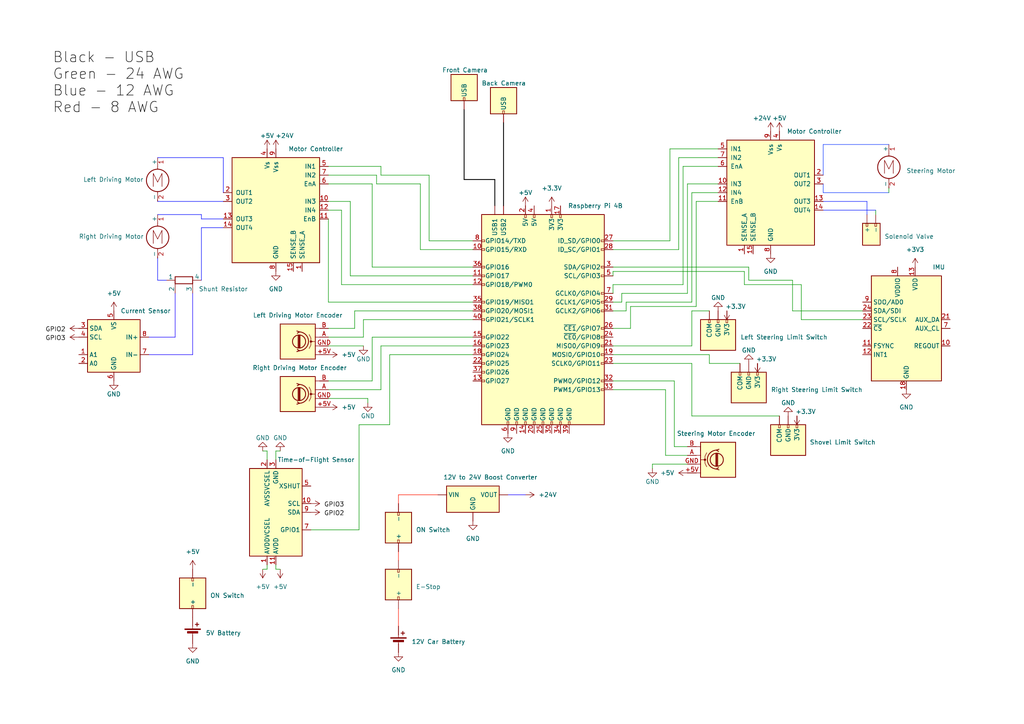
<source format=kicad_sch>
(kicad_sch (version 20230121) (generator eeschema)
  (paper "A4")
  (title_block (title "SNOMO WIRING DIAGRAM") (date "2023-12-05"))
  (lib_symbols
    (symbol "Connector:Raspberry_Pi_2_3" (pin_names (offset 1.016))
      (property "Reference" "J1" (at 7.2741 35.56 0))
      (property "Value" "Raspberry_Pi_2_3" (at 7.2741 33.02 0))
      (symbol "Raspberry_Pi_2_3_0_1"
        (rectangle (start -17.78 30.48) (end 17.78 -30.48) (stroke (width 0.254)) (fill (type background)))
      )
      (symbol "Raspberry_Pi_2_3_1_1"
        (rectangle (start -16.891 -17.526) (end -17.78 -18.034))
        (rectangle (start -16.891 -14.986) (end -17.78 -15.494))
        (rectangle (start -16.891 -12.446) (end -17.78 -12.954))
        (rectangle (start -16.891 -9.906) (end -17.78 -10.414))
        (rectangle (start -16.891 -7.366) (end -17.78 -7.874))
        (rectangle (start -16.891 -4.826) (end -17.78 -5.334))
        (rectangle (start -16.891 0.254) (end -17.78 -0.254))
        (rectangle (start -16.891 2.794) (end -17.78 2.286))
        (rectangle (start -16.891 5.334) (end -17.78 4.826))
        (rectangle (start -16.891 10.414) (end -17.78 9.906))
        (rectangle (start -16.891 12.954) (end -17.78 12.446))
        (rectangle (start -16.891 15.494) (end -17.78 14.986))
        (rectangle (start -16.891 20.574) (end -17.78 20.066))
        (rectangle (start -16.891 23.114) (end -17.78 22.606))
        (rectangle (start -10.414 -29.591) (end -9.906 -30.48))
        (rectangle (start -7.874 -29.591) (end -7.366 -30.48))
        (rectangle (start -5.334 -29.591) (end -4.826 -30.48))
        (rectangle (start -5.334 30.48) (end -4.826 29.591))
        (rectangle (start -2.794 -29.591) (end -2.286 -30.48))
        (rectangle (start -2.794 30.48) (end -2.286 29.591))
        (rectangle (start -0.254 -29.591) (end 0.254 -30.48))
        (rectangle (start 2.286 -29.591) (end 2.794 -30.48))
        (rectangle (start 2.286 30.48) (end 2.794 29.591))
        (rectangle (start 4.826 -29.591) (end 5.334 -30.48))
        (rectangle (start 4.826 30.48) (end 5.334 29.591))
        (rectangle (start 7.366 -29.591) (end 7.874 -30.48))
        (rectangle (start 17.78 -20.066) (end 16.891 -20.574))
        (rectangle (start 17.78 -17.526) (end 16.891 -18.034))
        (rectangle (start 17.78 -12.446) (end 16.891 -12.954))
        (rectangle (start 17.78 -9.906) (end 16.891 -10.414))
        (rectangle (start 17.78 -7.366) (end 16.891 -7.874))
        (rectangle (start 17.78 -4.826) (end 16.891 -5.334))
        (rectangle (start 17.78 -2.286) (end 16.891 -2.794))
        (rectangle (start 17.78 2.794) (end 16.891 2.286))
        (rectangle (start 17.78 5.334) (end 16.891 4.826))
        (rectangle (start 17.78 7.874) (end 16.891 7.366))
        (rectangle (start 17.78 12.954) (end 16.891 12.446))
        (rectangle (start 17.78 15.494) (end 16.891 14.986))
        (rectangle (start 17.78 20.574) (end 16.891 20.066))
        (rectangle (start 17.78 23.114) (end 16.891 22.606))
        (pin input line (at -13.97 33.02 270) (length 2.54) (name "USB1") (number ""))
        (pin input line (at -11.43 33.02 270) (length 2.54) (name "USB2") (number ""))
        (pin power_in line (at 2.54 33.02 270) (length 2.54) (name "3V3") (number "1"))
        (pin bidirectional line (at -20.32 20.32 0) (length 2.54) (name "GPIO15/RXD") (number "10"))
        (pin bidirectional line (at -20.32 12.7 0) (length 2.54) (name "GPIO17") (number "11"))
        (pin bidirectional line (at -20.32 10.16 0) (length 2.54) (name "GPIO18/PWM0") (number "12"))
        (pin bidirectional line (at -20.32 -17.78 0) (length 2.54) (name "GPIO27") (number "13"))
        (pin power_in line (at -5.08 -33.02 90) (length 2.54) (name "GND") (number "14"))
        (pin bidirectional line (at -20.32 -5.08 0) (length 2.54) (name "GPIO22") (number "15"))
        (pin bidirectional line (at -20.32 -7.62 0) (length 2.54) (name "GPIO23") (number "16"))
        (pin power_in line (at 5.08 33.02 270) (length 2.54) (name "3V3") (number "17"))
        (pin bidirectional line (at -20.32 -10.16 0) (length 2.54) (name "GPIO24") (number "18"))
        (pin bidirectional line (at 20.32 -10.16 180) (length 2.54) (name "MOSI0/GPIO10") (number "19"))
        (pin power_in line (at -5.08 33.02 270) (length 2.54) (name "5V") (number "2"))
        (pin power_in line (at -2.54 -33.02 90) (length 2.54) (name "GND") (number "20"))
        (pin bidirectional line (at 20.32 -7.62 180) (length 2.54) (name "MISO0/GPIO9") (number "21"))
        (pin bidirectional line (at -20.32 -12.7 0) (length 2.54) (name "GPIO25") (number "22"))
        (pin bidirectional line (at 20.32 -12.7 180) (length 2.54) (name "SCLK0/GPIO11") (number "23"))
        (pin bidirectional line (at 20.32 -5.08 180) (length 2.54) (name "~{CE0}/GPIO8") (number "24"))
        (pin power_in line (at 0 -33.02 90) (length 2.54) (name "GND") (number "25"))
        (pin bidirectional line (at 20.32 -2.54 180) (length 2.54) (name "~{CE1}/GPIO7") (number "26"))
        (pin bidirectional line (at 20.32 22.86 180) (length 2.54) (name "ID_SD/GPIO0") (number "27"))
        (pin bidirectional line (at 20.32 20.32 180) (length 2.54) (name "ID_SC/GPIO1") (number "28"))
        (pin bidirectional line (at 20.32 5.08 180) (length 2.54) (name "GCLK1/GPIO5") (number "29"))
        (pin bidirectional line (at 20.32 15.24 180) (length 2.54) (name "SDA/GPIO2") (number "3"))
        (pin power_in line (at 2.54 -33.02 90) (length 2.54) (name "GND") (number "30"))
        (pin bidirectional line (at 20.32 2.54 180) (length 2.54) (name "GCLK2/GPIO6") (number "31"))
        (pin bidirectional line (at 20.32 -17.78 180) (length 2.54) (name "PWM0/GPIO12") (number "32"))
        (pin bidirectional line (at 20.32 -20.32 180) (length 2.54) (name "PWM1/GPIO13") (number "33"))
        (pin power_in line (at 5.08 -33.02 90) (length 2.54) (name "GND") (number "34"))
        (pin bidirectional line (at -20.32 5.08 0) (length 2.54) (name "GPIO19/MISO1") (number "35"))
        (pin bidirectional line (at -20.32 15.24 0) (length 2.54) (name "GPIO16") (number "36"))
        (pin bidirectional line (at -20.32 -15.24 0) (length 2.54) (name "GPIO26") (number "37"))
        (pin bidirectional line (at -20.32 2.54 0) (length 2.54) (name "GPIO20/MOSI1") (number "38"))
        (pin power_in line (at 7.62 -33.02 90) (length 2.54) (name "GND") (number "39"))
        (pin power_in line (at -2.54 33.02 270) (length 2.54) (name "5V") (number "4"))
        (pin bidirectional line (at -20.32 0 0) (length 2.54) (name "GPIO21/SCLK1") (number "40"))
        (pin bidirectional line (at 20.32 12.7 180) (length 2.54) (name "SCL/GPIO3") (number "5"))
        (pin power_in line (at -10.16 -33.02 90) (length 2.54) (name "GND") (number "6"))
        (pin bidirectional line (at 20.32 7.62 180) (length 2.54) (name "GCLK0/GPIO4") (number "7"))
        (pin bidirectional line (at -20.32 22.86 0) (length 2.54) (name "GPIO14/TXD") (number "8"))
        (pin power_in line (at -7.62 -33.02 90) (length 2.54) (name "GND") (number "9"))
      )
    )
    (symbol "Device:Battery_Cell" (pin_numbers hide) (pin_names (offset 0) hide)
      (property "Reference" "BT" (at 2.54 2.54 0))
      (property "Value" "Battery_Cell" (at 2.54 0 0))
      (symbol "Battery_Cell_0_1"
        (rectangle (start -2.286 1.778) (end 2.286 1.524) (fill (type outline)))
        (rectangle (start -1.524 1.016) (end 1.524 0.508) (fill (type outline)))
        (polyline (pts (xy 0 0.762) (xy 0 0)))
        (polyline (pts (xy 0 1.778) (xy 0 2.54)))
        (polyline (pts (xy 0.762 3.048) (xy 1.778 3.048)) (stroke (width 0.254)))
        (polyline (pts (xy 1.27 3.556) (xy 1.27 2.54)) (stroke (width 0.254)))
      )
      (symbol "Battery_Cell_1_1"
        (pin passive line (at 0 5.08 270) (length 2.54) (name "+") (number "1"))
        (pin passive line (at 0 -2.54 90) (length 2.54) (name "-") (number "2"))
      )
    )
    (symbol "Device:R_Shunt" (pin_numbers hide) (pin_names (offset 0))
      (property "Reference" "R" (at -4.445 0 90))
      (property "Value" "R_Shunt" (at -2.54 0 90))
      (symbol "R_Shunt_0_1"
        (rectangle (start -1.016 -2.54) (end 1.016 2.54) (stroke (width 0.254)))
        (polyline (pts (xy 0 -2.54) (xy 1.27 -2.54)))
        (polyline (pts (xy 1.27 2.54) (xy 0 2.54)))
      )
      (symbol "R_Shunt_1_1"
        (pin passive line (at 0 5.08 270) (length 2.54) (name "1") (number "1"))
        (pin passive line (at 3.81 2.54 180) (length 2.54) (name "2") (number "2"))
        (pin passive line (at 3.81 -2.54 180) (length 2.54) (name "3") (number "3"))
        (pin passive line (at 0 -5.08 90) (length 2.54) (name "4") (number "4"))
      )
    )
    (symbol "Driver_Motor:L298N" (pin_names (offset 1.016))
      (property "Reference" "U" (at -10.16 16.51 0))
      (property "Value" "L298N" (at 12.7 16.51 0))
      (symbol "L298N_0_1"
        (rectangle (start -12.7 15.24) (end 12.7 -15.24) (stroke (width 0.254)) (fill (type background)))
      )
      (symbol "L298N_1_1"
        (pin power_in line (at -7.62 -17.78 90) (length 2.54) (name "SENSE_A") (number "1"))
        (pin input line (at -15.24 2.54 0) (length 2.54) (name "IN3") (number "10"))
        (pin input line (at -15.24 -2.54 0) (length 2.54) (name "EnB") (number "11"))
        (pin input line (at -15.24 0 0) (length 2.54) (name "IN4") (number "12"))
        (pin output line (at 15.24 -2.54 180) (length 2.54) (name "OUT3") (number "13"))
        (pin output line (at 15.24 -5.08 180) (length 2.54) (name "OUT4") (number "14"))
        (pin power_in line (at -5.08 -17.78 90) (length 2.54) (name "SENSE_B") (number "15"))
        (pin output line (at 15.24 5.08 180) (length 2.54) (name "OUT1") (number "2"))
        (pin output line (at 15.24 2.54 180) (length 2.54) (name "OUT2") (number "3"))
        (pin power_in line (at 2.54 17.78 270) (length 2.54) (name "Vs") (number "4"))
        (pin input line (at -15.24 12.7 0) (length 2.54) (name "IN1") (number "5"))
        (pin input line (at -15.24 7.62 0) (length 2.54) (name "EnA") (number "6"))
        (pin input line (at -15.24 10.16 0) (length 2.54) (name "IN2") (number "7"))
        (pin power_in line (at 0 -17.78 90) (length 2.54) (name "GND") (number "8"))
        (pin power_in line (at 0 17.78 270) (length 2.54) (name "Vss") (number "9"))
      )
    )
    (symbol "FDP Library:Front_Camera" (pin_names (offset 1.016))
      (property "Value" "Front Camera" (at 2.54 -3.81 0))
      (symbol "Front_Camera_0_1"
        (rectangle (start -3.81 5.08) (end 3.81 -2.54) (stroke (width 0.254)) (fill (type background)))
      )
      (symbol "Front_Camera_1_1"
        (rectangle (start -0.254 5.08) (end 0.254 4.191))
        (pin power_in line (at 0 7.62 270) (length 2.54) (name "USB") (number ""))
      )
    )
    (symbol "FDP Library:ON_Switch" (pin_names (offset 1.016))
      (property "Value" "ON Switch" (at 5.08 -1.27 0))
      (symbol "ON_Switch_0_1"
        (rectangle (start -3.81 5.08) (end 3.81 -3.81) (stroke (width 0.254)) (fill (type background)))
      )
      (symbol "ON_Switch_1_1"
        (rectangle (start -0.254 5.08) (end 0.254 4.191))
        (rectangle (start 0.254 -3.81) (end -0.254 -2.921))
        (pin power_in line (at 0 -6.35 90) (length 2.54) (name "+") (number ""))
        (pin power_in line (at 0 7.62 270) (length 2.54) (name "-") (number ""))
      )
    )
    (symbol "Motor:Motor_DC" (pin_names (offset 0))
      (property "Reference" "M" (at 2.54 2.54 0))
      (property "Value" "Motor_DC" (at 2.54 -5.08 0))
      (symbol "Motor_DC_0_0"
        (polyline (pts (xy -1.27 -3.302) (xy -1.27 0.508) (xy 0 -2.032) (xy 1.27 0.508) (xy 1.27 -3.302)))
      )
      (symbol "Motor_DC_0_1"
        (circle (center 0 -1.524) (radius 3.2512) (stroke (width 0.254)))
        (polyline (pts (xy 0 -7.62) (xy 0 -7.112)))
        (polyline (pts (xy 0 -4.7752) (xy 0 -5.1816)))
        (polyline (pts (xy 0 1.7272) (xy 0 2.0828)))
        (polyline (pts (xy 0 2.032) (xy 0 2.54)))
      )
      (symbol "Motor_DC_1_1"
        (pin passive line (at 0 5.08 270) (length 2.54) (name "+") (number "1"))
        (pin passive line (at 0 -7.62 90) (length 2.54) (name "-") (number "2"))
      )
    )
    (symbol "ON_Switch_1" (pin_names (offset 1.016))
      (property "Value" "Solenoid Valve" (at 1.27 1.27 0))
      (symbol "ON_Switch_1_0_1"
        (rectangle (start -5.08 5.08) (end 0 -1.27) (stroke (width 0.254)) (fill (type background)))
      )
      (symbol "ON_Switch_1_1_1"
        (rectangle (start -4.064 5.08) (end -3.556 4.191))
        (rectangle (start -1.524 5.08) (end -1.016 4.191))
        (pin power_in line (at -3.81 7.62 270) (length 2.54) (name "+") (number ""))
        (pin power_in line (at -1.27 7.62 270) (length 2.54) (name "-") (number ""))
      )
    )
    (symbol "ON_Switch_2" (pin_names (offset 1.016))
      (property "Value" "Limit Switch" (at 6.35 1.27 0))
      (symbol "ON_Switch_2_0_1"
        (rectangle (start -5.08 5.08) (end 5.08 -3.81) (stroke (width 0.254)) (fill (type background)))
      )
      (symbol "ON_Switch_2_1_1"
        (rectangle (start -2.794 5.08) (end -2.286 4.191))
        (rectangle (start -0.254 5.08) (end 0.254 4.191))
        (rectangle (start 2.286 5.08) (end 2.794 4.191))
        (pin power_in line (at -2.54 7.62 270) (length 2.54) (name "3V3") (number ""))
        (pin power_in line (at 2.54 7.62 270) (length 2.54) (name "COM") (number ""))
        (pin power_in line (at 0 7.62 270) (length 2.54) (name "GND") (number ""))
      )
    )
    (symbol "Regulator_Switching:TPS61222DCK"
      (property "Value" "12V to 24V Boost Converter" (at 5.08 5.08 0))
      (symbol "TPS61222DCK_0_1"
        (rectangle (start -7.62 2.54) (end 7.62 -5.08) (stroke (width 0.254)) (fill (type background)))
      )
      (symbol "TPS61222DCK_1_1"
        (pin power_in line (at 0 -7.62 90) (length 2.54) (name "GND") (number ""))
        (pin power_in line (at -10.16 0 0) (length 2.54) (name "VIN") (number ""))
        (pin power_out line (at 10.16 0 180) (length 2.54) (name "VOUT") (number ""))
      )
    )
    (symbol "RotaryEncoder_1" (pin_names (offset 0.254) hide)
      (property "Value" "Left Driving Motor Encoder" (at 0 -7.62 0))
      (symbol "RotaryEncoder_1_0_1"
        (rectangle (start -5.08 5.08) (end 5.08 -5.08) (stroke (width 0.254)) (fill (type background)))
        (circle (center -3.81 0) (radius 0.254) (fill (type outline)))
        (circle (center -0.381 0) (radius 1.905) (stroke (width 0.254)))
        (arc (start -0.381 2.667) (mid -3.0988 -0.0635) (end -0.381 -2.794) (stroke (width 0.254)))
        (polyline (pts (xy -6.35 -1.27) (xy -5.08 -1.27)))
        (polyline (pts (xy -6.35 1.27) (xy -5.08 1.27)))
        (polyline (pts (xy -6.35 3.81) (xy -5.08 3.81)))
        (polyline (pts (xy -0.635 -1.778) (xy -0.635 1.778)) (stroke (width 0.254)))
        (polyline (pts (xy -0.381 -1.778) (xy -0.381 1.778)) (stroke (width 0.254)))
        (polyline (pts (xy -0.127 1.778) (xy -0.127 -1.778)) (stroke (width 0.254)))
        (polyline (pts (xy -6.35 -3.81) (xy -5.08 -3.81) (xy -5.08 -2.54)))
        (polyline (pts (xy 0.254 -3.048) (xy -0.508 -2.794) (xy 0.127 -2.413)) (stroke (width 0.254)))
        (polyline (pts (xy 0.254 2.921) (xy -0.508 2.667) (xy 0.127 2.286)) (stroke (width 0.254)))
        (polyline (pts (xy -5.08 0) (xy -3.81 0) (xy -3.81 -1.016) (xy -3.302 -2.032)))
        (polyline (pts (xy -4.318 0) (xy -3.81 0) (xy -3.81 1.016) (xy -3.302 2.032)))
      )
      (symbol "RotaryEncoder_1_1_1"
        (pin passive line (at -8.89 3.81 0) (length 2.54) (name "A") (number "+5V"))
        (pin passive line (at -8.89 -1.27 0) (length 2.54) (name "B") (number "A"))
        (pin passive line (at -8.89 -3.81 0) (length 2.54) (name "B") (number "B"))
        (pin passive line (at -8.89 1.27 0) (length 2.54) (name "C") (number "GND"))
      )
    )
    (symbol "Sensor_Distance:VL53L1CXV0FY1"
      (property "Reference" "U" (at -6.35 13.97 0))
      (property "Value" "VL53L1CXV0FY1" (at 12.065 13.97 0))
      (symbol "VL53L1CXV0FY1_0_1"
        (rectangle (start -7.62 12.7) (end 7.62 -12.7) (stroke (width 0.254)) (fill (type background)))
      )
      (symbol "VL53L1CXV0FY1_1_1"
        (pin power_in line (at 2.54 15.24 270) (length 2.54) (name "AVDDVCSEL") (number "1"))
        (pin input line (at -10.16 -2.54 0) (length 2.54) (name "SCL") (number "10"))
        (pin power_in line (at 0 15.24 270) (length 2.54) (name "AVDD") (number "11"))
        (pin passive line (at 0 -15.24 90) (length 2.54) hide (name "GND") (number "12"))
        (pin power_in line (at 2.54 -15.24 90) (length 2.54) (name "AVSSVCSEL") (number "2"))
        (pin power_in line (at 0 -15.24 90) (length 2.54) (name "GND") (number "3"))
        (pin passive line (at 0 -15.24 90) (length 2.54) hide (name "GND") (number "4"))
        (pin input line (at -10.16 -7.62 0) (length 2.54) (name "XSHUT") (number "5"))
        (pin passive line (at 0 -15.24 90) (length 2.54) hide (name "GND") (number "6"))
        (pin open_collector line (at -10.16 5.08 0) (length 2.54) (name "GPIO1") (number "7"))
        (pin no_connect line (at -7.62 7.62 0) (length 2.54) hide (name "DNC") (number "8"))
        (pin bidirectional line (at -10.16 0 0) (length 2.54) (name "SDA") (number "9"))
      )
    )
    (symbol "Sensor_Energy:INA219AxD"
      (property "Reference" "U" (at -6.35 8.89 0))
      (property "Value" "INA219AxD" (at 5.08 8.89 0))
      (symbol "INA219AxD_0_1"
        (rectangle (start -7.62 7.62) (end 7.62 -7.62) (stroke (width 0.254)) (fill (type background)))
      )
      (symbol "INA219AxD_1_1"
        (pin input line (at 10.16 -2.54 180) (length 2.54) (name "A1") (number "1"))
        (pin input line (at 10.16 -5.08 180) (length 2.54) (name "A0") (number "2"))
        (pin bidirectional line (at 10.16 5.08 180) (length 2.54) (name "SDA") (number "3"))
        (pin input line (at 10.16 2.54 180) (length 2.54) (name "SCL") (number "4"))
        (pin power_in line (at 0 10.16 270) (length 2.54) (name "VS") (number "5"))
        (pin power_in line (at 0 -10.16 90) (length 2.54) (name "GND") (number "6"))
        (pin input line (at -10.16 -2.54 0) (length 2.54) (name "IN-") (number "7"))
        (pin input line (at -10.16 2.54 0) (length 2.54) (name "IN+") (number "8"))
      )
    )
    (symbol "Sensor_Motion:ICM-20948"
      (property "Reference" "U" (at -11.43 16.51 0))
      (property "Value" "ICM-20948" (at 7.62 -16.51 0))
      (symbol "ICM-20948_0_1"
        (rectangle (start -10.16 15.24) (end 10.16 -15.24) (stroke (width 0.254)) (fill (type background)))
      )
      (symbol "ICM-20948_1_1"
        (pin no_connect line (at -10.16 12.7 0) (length 2.54) hide (name "NC") (number "1"))
        (pin passive line (at 12.7 -5.08 180) (length 2.54) (name "REGOUT") (number "10"))
        (pin input line (at -12.7 -5.08 0) (length 2.54) (name "FSYNC") (number "11"))
        (pin output line (at -12.7 -7.62 0) (length 2.54) (name "INT1") (number "12"))
        (pin power_in line (at 2.54 17.78 270) (length 2.54) (name "VDD") (number "13"))
        (pin no_connect line (at 10.16 7.62 180) (length 2.54) hide (name "NC") (number "14"))
        (pin no_connect line (at 10.16 5.08 180) (length 2.54) hide (name "NC") (number "15"))
        (pin no_connect line (at 10.16 -7.62 180) (length 2.54) hide (name "NC") (number "16"))
        (pin no_connect line (at 10.16 -10.16 180) (length 2.54) hide (name "NC") (number "17"))
        (pin power_in line (at 0 -17.78 90) (length 2.54) (name "GND") (number "18"))
        (pin no_connect line (at 10.16 -12.7 180) (length 2.54) hide (name "RESV") (number "19"))
        (pin no_connect line (at -10.16 10.16 0) (length 2.54) hide (name "NC") (number "2"))
        (pin passive line (at 0 -17.78 90) (length 2.54) hide (name "GND") (number "20"))
        (pin bidirectional line (at 12.7 2.54 180) (length 2.54) (name "AUX_DA") (number "21"))
        (pin input line (at -12.7 0 0) (length 2.54) (name "~{CS}") (number "22"))
        (pin input line (at -12.7 2.54 0) (length 2.54) (name "SCL/SCLK") (number "23"))
        (pin bidirectional line (at -12.7 5.08 0) (length 2.54) (name "SDA/SDI") (number "24"))
        (pin no_connect line (at -10.16 -2.54 0) (length 2.54) hide (name "NC") (number "3"))
        (pin no_connect line (at -10.16 -10.16 0) (length 2.54) hide (name "NC") (number "4"))
        (pin no_connect line (at -10.16 -12.7 0) (length 2.54) hide (name "NC") (number "5"))
        (pin no_connect line (at 10.16 10.16 180) (length 2.54) hide (name "NC") (number "6"))
        (pin output line (at 12.7 0 180) (length 2.54) (name "AUX_CL") (number "7"))
        (pin power_in line (at -2.54 17.78 270) (length 2.54) (name "VDDIO") (number "8"))
        (pin bidirectional line (at -12.7 7.62 0) (length 2.54) (name "SDO/AD0") (number "9"))
      )
    )
    (symbol "power:+24V" (power) (pin_names (offset 0))
      (property "Value" "+24V" (at 0 3.556 0))
      (symbol "+24V_0_1"
        (polyline (pts (xy -0.762 1.27) (xy 0 2.54)))
        (polyline (pts (xy 0 0) (xy 0 2.54)))
        (polyline (pts (xy 0 2.54) (xy 0.762 1.27)))
      )
      (symbol "+24V_1_1"
        (pin power_in line (at 0 0 90) (length 0) hide (name "+24V") (number "1"))
      )
    )
    (symbol "power:+3.3V" (power) (pin_names (offset 0))
      (property "Value" "+3.3V" (at 0 3.556 0))
      (symbol "+3.3V_0_1"
        (polyline (pts (xy -0.762 1.27) (xy 0 2.54)))
        (polyline (pts (xy 0 0) (xy 0 2.54)))
        (polyline (pts (xy 0 2.54) (xy 0.762 1.27)))
      )
      (symbol "+3.3V_1_1"
        (pin power_in line (at 0 0 90) (length 0) hide (name "+3.3V") (number "1"))
      )
    )
    (symbol "power:+3V3" (power) (pin_names (offset 0))
      (property "Value" "+3V3" (at 0 3.556 0))
      (symbol "+3V3_0_1"
        (polyline (pts (xy -0.762 1.27) (xy 0 2.54)))
        (polyline (pts (xy 0 0) (xy 0 2.54)))
        (polyline (pts (xy 0 2.54) (xy 0.762 1.27)))
      )
      (symbol "+3V3_1_1"
        (pin power_in line (at 0 0 90) (length 0) hide (name "+3V3") (number "1"))
      )
    )
    (symbol "power:+5V" (power) (pin_names (offset 0))
      (property "Value" "+5V" (at 0 3.556 0))
      (symbol "+5V_0_1"
        (polyline (pts (xy -0.762 1.27) (xy 0 2.54)))
        (polyline (pts (xy 0 0) (xy 0 2.54)))
        (polyline (pts (xy 0 2.54) (xy 0.762 1.27)))
      )
      (symbol "+5V_1_1"
        (pin power_in line (at 0 0 90) (length 0) hide (name "+5V") (number "1"))
      )
    )
    (symbol "power:GND" (power) (pin_names (offset 0))
      (property "Value" "GND" (at 0 -3.81 0))
      (symbol "GND_0_1"
        (polyline (pts (xy 0 0) (xy 0 -1.27) (xy 1.27 -1.27) (xy 0 -2.54) (xy -1.27 -1.27) (xy 0 -1.27)))
      )
      (symbol "GND_1_1"
        (pin power_in line (at 0 0 270) (length 0) hide (name "GND") (number "1"))
      )
    )
  )
  (wire (pts (xy 208.28 55.88) (xy 200.66 55.88)))
  (wire (pts (xy 238.76 50.8) (xy 238.76 41.91)) (stroke (width 0) (color 23 62 255 1)))
  (wire (pts (xy 43.18 102.87) (xy 55.88 102.87)) (stroke (width 0) (color 22 0 255 1)))
  (wire (pts (xy 115.57 181.61) (xy 115.57 176.53)) (stroke (width 0) (color 255 22 1 1)))
  (wire (pts (xy 102.87 90.17) (xy 137.16 90.17)))
  (wire (pts (xy 201.93 88.9) (xy 182.88 88.9)))
  (wire (pts (xy 102.87 95.25) (xy 102.87 90.17)))
  (wire (pts (xy 90.17 153.67) (xy 104.14 153.67)))
  (wire (pts (xy 196.85 45.72) (xy 208.28 45.72)))
  (wire (pts (xy 201.93 58.42) (xy 201.93 88.9)))
  (wire (pts (xy 195.58 110.49) (xy 177.8 110.49)))
  (wire (pts (xy 137.16 77.47) (xy 107.95 77.47)))
  (wire (pts (xy 200.66 120.65) (xy 200.66 105.41)))
  (wire (pts (xy 251.46 62.23) (xy 251.46 58.42)) (stroke (width 0) (color 10 26 255 1)))
  (wire (pts (xy 229.87 81.28) (xy 217.17 81.28)))
  (wire (pts (xy 81.28 165.1) (xy 80.01 165.1)))
  (wire (pts (xy 232.41 82.55) (xy 215.9 82.55)))
  (wire (pts (xy 182.88 95.25) (xy 177.8 95.25)))
  (wire (pts (xy 95.25 87.63) (xy 137.16 87.63)))
  (wire (pts (xy 193.04 132.08) (xy 193.04 113.03)))
  (wire (pts (xy 193.04 113.03) (xy 177.8 113.03)))
  (wire (pts (xy 45.72 62.23) (xy 58.42 62.23)) (stroke (width 0) (color 0 6 255 1)))
  (wire (pts (xy 95.25 95.25) (xy 102.87 95.25)))
  (wire (pts (xy 250.19 92.71) (xy 232.41 92.71)))
  (wire (pts (xy 64.77 66.04) (xy 58.42 66.04)) (stroke (width 0) (color 0 6 255 1)))
  (wire (pts (xy 177.8 69.85) (xy 194.31 69.85)))
  (wire (pts (xy 115.57 160.02) (xy 115.57 162.56)) (stroke (width 0) (color 255 22 1 1)))
  (wire (pts (xy 198.12 48.26) (xy 198.12 82.55)))
  (wire (pts (xy 124.46 69.85) (xy 137.16 69.85)))
  (wire (pts (xy 226.06 120.65) (xy 200.66 120.65)))
  (wire (pts (xy 95.25 110.49) (xy 107.95 110.49)))
  (wire (pts (xy 105.41 92.71) (xy 137.16 92.71)))
  (wire (pts (xy 106.68 115.57) (xy 106.68 116.84)))
  (wire (pts (xy 101.6 80.01) (xy 101.6 58.42)))
  (wire (pts (xy 217.17 77.47) (xy 177.8 77.47)))
  (wire (pts (xy 152.4 143.51) (xy 147.32 143.51)) (stroke (width 0) (color 22 0 255 1)))
  (wire (pts (xy 205.74 90.17) (xy 200.66 90.17)))
  (wire (pts (xy 196.85 72.39) (xy 196.85 45.72)))
  (wire (pts (xy 45.72 81.28) (xy 45.72 74.93)) (stroke (width 0) (color 0 6 255 1)))
  (wire (pts (xy 257.81 55.88) (xy 257.81 54.61)))
  (wire (pts (xy 215.9 82.55) (xy 215.9 78.74)))
  (wire (pts (xy 50.8 97.79) (xy 50.8 85.09)) (stroke (width 0) (color 22 0 255 1)))
  (wire (pts (xy 43.18 97.79) (xy 50.8 97.79)) (stroke (width 0) (color 22 0 255 1)))
  (wire (pts (xy 80.01 130.81) (xy 81.28 130.81)))
  (wire (pts (xy 238.76 55.88) (xy 257.81 55.88)) (stroke (width 0) (color 23 62 255 1)))
  (wire (pts (xy 181.61 90.17) (xy 177.8 90.17)))
  (wire (pts (xy 107.95 53.34) (xy 107.95 77.47)))
  (wire (pts (xy 251.46 58.42) (xy 238.76 58.42)) (stroke (width 0) (color 10 26 255 1)))
  (wire (pts (xy 110.49 48.26) (xy 95.25 48.26)))
  (wire (pts (xy 238.76 53.34) (xy 238.76 55.88)) (stroke (width 0) (color 23 62 255 1)))
  (wire (pts (xy 189.23 134.62) (xy 189.23 135.89)))
  (wire (pts (xy 200.66 100.33) (xy 177.8 100.33)))
  (wire (pts (xy 77.47 165.1) (xy 76.2 165.1)))
  (wire (pts (xy 121.92 53.34) (xy 121.92 72.39)))
  (wire (pts (xy 232.41 92.71) (xy 232.41 82.55)))
  (wire (pts (xy 194.31 43.18) (xy 208.28 43.18)))
  (wire (pts (xy 45.72 58.42) (xy 64.77 58.42)) (stroke (width 0) (color 0 6 255 1)))
  (wire (pts (xy 250.19 90.17) (xy 229.87 90.17)))
  (wire (pts (xy 200.66 55.88) (xy 200.66 87.63)))
  (wire (pts (xy 200.66 90.17) (xy 200.66 100.33)))
  (wire (pts (xy 134.62 52.07) (xy 134.62 31.75)) (stroke (width 0.25) (color 0 0 0 1)))
  (wire (pts (xy 214.63 105.41) (xy 205.74 105.41)))
  (wire (pts (xy 109.22 53.34) (xy 109.22 50.8)))
  (wire (pts (xy 229.87 90.17) (xy 229.87 81.28)))
  (wire (pts (xy 121.92 53.34) (xy 109.22 53.34)))
  (wire (pts (xy 137.16 82.55) (xy 99.06 82.55)))
  (wire (pts (xy 177.8 78.74) (xy 177.8 80.01)))
  (wire (pts (xy 143.51 52.07) (xy 134.62 52.07)) (stroke (width 0.25) (color 0 0 0 1)))
  (wire (pts (xy 77.47 130.81) (xy 76.2 130.81)))
  (wire (pts (xy 99.06 60.96) (xy 99.06 82.55)))
  (wire (pts (xy 48.26 81.28) (xy 45.72 81.28)) (stroke (width 0) (color 0 6 255 1)))
  (wire (pts (xy 199.39 53.34) (xy 199.39 85.09)))
  (wire (pts (xy 110.49 100.33) (xy 137.16 100.33)))
  (wire (pts (xy 124.46 50.8) (xy 124.46 69.85)))
  (wire (pts (xy 200.66 105.41) (xy 177.8 105.41)))
  (wire (pts (xy 215.9 78.74) (xy 177.8 78.74)))
  (wire (pts (xy 146.05 35.56) (xy 146.05 59.69)) (stroke (width 0.25) (color 0 0 0 1)))
  (wire (pts (xy 105.41 97.79) (xy 105.41 92.71)))
  (wire (pts (xy 113.03 102.87) (xy 137.16 102.87)))
  (wire (pts (xy 199.39 85.09) (xy 180.34 85.09)))
  (wire (pts (xy 77.47 163.83) (xy 77.47 165.1)))
  (wire (pts (xy 58.42 63.5) (xy 58.42 62.23)) (stroke (width 0) (color 0 6 255 1)))
  (wire (pts (xy 64.77 45.72) (xy 45.72 45.72)) (stroke (width 0) (color 0 6 255 1)))
  (wire (pts (xy 107.95 97.79) (xy 137.16 97.79)))
  (wire (pts (xy 77.47 133.35) (xy 77.47 130.81)))
  (wire (pts (xy 205.74 105.41) (xy 205.74 102.87)))
  (wire (pts (xy 200.66 87.63) (xy 181.61 87.63)))
  (wire (pts (xy 195.58 129.54) (xy 195.58 110.49)))
  (wire (pts (xy 64.77 55.88) (xy 64.77 45.72)) (stroke (width 0) (color 0 6 255 1)))
  (wire (pts (xy 199.39 134.62) (xy 189.23 134.62)))
  (wire (pts (xy 177.8 87.63) (xy 180.34 87.63)))
  (wire (pts (xy 99.06 60.96) (xy 95.25 60.96)))
  (wire (pts (xy 113.03 123.19) (xy 113.03 102.87)))
  (wire (pts (xy 205.74 102.87) (xy 177.8 102.87)))
  (wire (pts (xy 194.31 69.85) (xy 194.31 43.18)))
  (wire (pts (xy 58.42 66.04) (xy 58.42 81.28)) (stroke (width 0) (color 0 6 255 1)))
  (wire (pts (xy 95.25 97.79) (xy 105.41 97.79)))
  (wire (pts (xy 55.88 102.87) (xy 55.88 85.09)) (stroke (width 0) (color 22 0 255 1)))
  (wire (pts (xy 181.61 87.63) (xy 181.61 90.17)))
  (wire (pts (xy 80.01 133.35) (xy 80.01 130.81)))
  (wire (pts (xy 199.39 132.08) (xy 193.04 132.08)))
  (wire (pts (xy 80.01 165.1) (xy 80.01 163.83)))
  (wire (pts (xy 104.14 153.67) (xy 104.14 123.19)))
  (wire (pts (xy 217.17 81.28) (xy 217.17 77.47)))
  (wire (pts (xy 208.28 53.34) (xy 199.39 53.34)))
  (wire (pts (xy 95.25 100.33) (xy 105.41 100.33)))
  (wire (pts (xy 180.34 85.09) (xy 180.34 87.63)))
  (wire (pts (xy 199.39 129.54) (xy 195.58 129.54)))
  (wire (pts (xy 115.57 146.05) (xy 115.57 143.51)) (stroke (width 0) (color 255 22 1 1)))
  (wire (pts (xy 121.92 72.39) (xy 137.16 72.39)))
  (wire (pts (xy 110.49 50.8) (xy 110.49 48.26)))
  (wire (pts (xy 109.22 50.8) (xy 95.25 50.8)))
  (wire (pts (xy 254 60.96) (xy 238.76 60.96)) (stroke (width 0) (color 10 26 255 1)))
  (wire (pts (xy 177.8 72.39) (xy 196.85 72.39)))
  (wire (pts (xy 101.6 58.42) (xy 95.25 58.42)))
  (wire (pts (xy 64.77 63.5) (xy 58.42 63.5)) (stroke (width 0) (color 0 6 255 1)))
  (wire (pts (xy 104.14 123.19) (xy 113.03 123.19)))
  (wire (pts (xy 95.25 87.63) (xy 95.25 63.5)))
  (wire (pts (xy 177.8 82.55) (xy 198.12 82.55)))
  (wire (pts (xy 137.16 80.01) (xy 101.6 80.01)))
  (wire (pts (xy 177.8 82.55) (xy 177.8 85.09)))
  (wire (pts (xy 107.95 110.49) (xy 107.95 97.79)))
  (wire (pts (xy 208.28 58.42) (xy 201.93 58.42)))
  (wire (pts (xy 124.46 50.8) (xy 110.49 50.8)))
  (wire (pts (xy 254 62.23) (xy 254 60.96)))
  (wire (pts (xy 95.25 115.57) (xy 106.68 115.57)))
  (wire (pts (xy 182.88 88.9) (xy 182.88 95.25)))
  (wire (pts (xy 107.95 53.34) (xy 95.25 53.34)))
  (wire (pts (xy 198.12 48.26) (xy 208.28 48.26)))
  (wire (pts (xy 143.51 59.69) (xy 143.51 52.07)) (stroke (width 0.25) (color 0 0 0 1)))
  (wire (pts (xy 115.57 143.51) (xy 127 143.51)) (stroke (width 0) (color 255 22 1 1)))
  (wire (pts (xy 110.49 113.03) (xy 110.49 100.33)))
  (wire (pts (xy 238.76 41.91) (xy 257.81 41.91)) (stroke (width 0) (color 23 62 255 1)))
  (wire (pts (xy 95.25 113.03) (xy 110.49 113.03)))
  (text "Black - USB\nGreen - 24 AWG\nBlue - 12 AWG\nRed - 8 AWG" (at 15.24 33.02 0) (effects (font (size 3 3)) (justify left bottom)))
  (label "GPIO2" (at 93.98 149.86 0))
  (label "GPIO3" (at 93.98 147.32 0))
  (label "GPIO3" (at 19.05 99.06 180))
  (label "GPIO2" (at 19.05 96.52 180))
  (symbol (lib_id "Connector:Raspberry_Pi_2_3") (at 157.48 92.71 0) (unit 1)
    (property "Reference" "J1" (effects hide))
    (property "Value" "Raspberry Pi 4B" (at 164.7541 59.69 0) (effects (justify left)))
    (property "Datasheet" "https://www.raspberrypi.org/documentation/hardware/raspberrypi/schematics/rpi_SCH_3bplus_1p0_reduced.pdf" (effects hide))
  )
  (symbol (lib_id "FDP Library:ON_Switch") (at 115.57 153.67 0) (unit 1)
    (property "Reference" "J4" (effects hide))
    (property "Value" "ON Switch" (at 120.65 153.67 0) (effects (justify left)))
    (property "Datasheet" "https://www.raspberrypi.org/documentation/hardware/raspberrypi/schematics/rpi_SCH_3bplus_1p0_reduced.pdf" (effects hide))
  )
  (symbol (lib_name "RotaryEncoder_1") (lib_id "Device:RotaryEncoder") (at 86.36 99.06 180) (unit 1)
    (property "Reference" "SW1" (effects hide))
    (property "Value" "Left Driving Motor Encoder" (at 86.36 91.44 0))
  )
  (symbol (lib_id "power:+5V") (at 152.4 59.69 0) (unit 1)
    (property "Reference" "#PWR012" (effects hide))
    (property "Value" "+5V" (at 152.4 55.88 0))
  )
  (symbol (lib_id "power:+5V") (at 22.86 95.25 90) (mirror x) (unit 1)
    (property "Reference" "GPIO2" (effects hide))
    (property "Value" "+5V" (effects hide))
  )
  (symbol (lib_id "Driver_Motor:L298N") (at 80.01 60.96 0) (mirror y) (unit 1)
    (property "Reference" "U2" (effects hide))
    (property "Value" "Motor Controller" (at 83.6361 43.18 0) (effects (justify right)))
    (property "Footprint" "Package_TO_SOT_THT:TO-220-15_P2.54x2.54mm_StaggerOdd_Lead4.58mm_Vertical" (effects hide))
    (property "Datasheet" "http://www.st.com/st-web-ui/static/active/en/resource/technical/document/datasheet/CD00000240.pdf" (effects hide))
  )
  (symbol (lib_id "power:GND") (at 115.57 189.23 0) (unit 1)
    (property "Reference" "#PWR017" (effects hide))
    (property "Value" "GND" (at 115.57 194.31 0))
  )
  (symbol (lib_id "Motor:Motor_DC") (at 45.72 67.31 0) (unit 1)
    (property "Reference" "M2" (effects hide))
    (property "Value" "Right Driving Motor" (at 22.86 68.58 0) (effects (justify left)))
  )
  (symbol (lib_id "power:+5V") (at 95.25 102.87 270) (unit 1)
    (property "Reference" "#PWR027" (effects hide))
    (property "Value" "+5V" (at 99.06 102.87 90) (effects (justify left)))
  )
  (symbol (lib_id "Motor:Motor_DC") (at 45.72 50.8 0) (unit 1)
    (property "Reference" "M1" (effects hide))
    (property "Value" "Left Driving Motor" (at 24.13 52.07 0) (effects (justify left)))
  )
  (symbol (lib_id "power:+5V") (at 22.86 97.79 90) (mirror x) (unit 1)
    (property "Reference" "GPIO01" (effects hide))
    (property "Value" "+5V" (effects hide))
  )
  (symbol (lib_id "power:+3.3V") (at 219.71 105.41 0) (mirror x) (unit 1)
    (property "Reference" "#PWR02" (effects hide))
    (property "Value" "+3.3V" (at 222.25 104.14 0))
  )
  (symbol (lib_id "FDP Library:Front_Camera") (at 146.05 27.94 180) (unit 1)
    (property "Reference" "J3" (effects hide))
    (property "Value" "Back Camera" (at 139.7 24.13 0) (effects (justify right)))
    (property "Datasheet" "https://www.raspberrypi.org/documentation/hardware/raspberrypi/schematics/rpi_SCH_3bplus_1p0_reduced.pdf" (effects hide))
  )
  (symbol (lib_id "FDP Library:ON_Switch") (at 55.88 172.72 0) (unit 1)
    (property "Reference" "J5" (effects hide))
    (property "Value" "ON Switch" (at 60.96 172.72 0) (effects (justify left)))
    (property "Datasheet" "https://www.raspberrypi.org/documentation/hardware/raspberrypi/schematics/rpi_SCH_3bplus_1p0_reduced.pdf" (effects hide))
  )
  (symbol (lib_id "power:+5V") (at 76.2 165.1 180) (unit 1)
    (property "Reference" "#PWR037" (effects hide))
    (property "Value" "+5V" (at 76.2 170.18 0))
  )
  (symbol (lib_id "power:+5V") (at 81.28 165.1 180) (unit 1)
    (property "Reference" "#PWR036" (effects hide))
    (property "Value" "+5V" (at 81.28 170.18 0))
  )
  (symbol (lib_id "power:+5V") (at 90.17 148.59 270) (unit 1)
    (property "Reference" "GPIO04" (effects hide))
    (property "Value" "+5V" (effects hide))
  )
  (symbol (lib_id "power:+5V") (at 199.39 137.16 90) (unit 1)
    (property "Reference" "#PWR026" (effects hide))
    (property "Value" "+5V" (at 195.58 137.16 90) (effects (justify left)))
  )
  (symbol (lib_id "Driver_Motor:L298N") (at 223.52 55.88 0) (unit 1)
    (property "Reference" "U1" (effects hide))
    (property "Value" "Motor Controller" (at 228.2541 38.1 0) (effects (justify left)))
    (property "Footprint" "Package_TO_SOT_THT:TO-220-15_P2.54x2.54mm_StaggerOdd_Lead4.58mm_Vertical" (effects hide))
    (property "Datasheet" "http://www.st.com/st-web-ui/static/active/en/resource/technical/document/datasheet/CD00000240.pdf" (effects hide))
  )
  (symbol (lib_id "power:+5V") (at 95.25 118.11 270) (unit 1)
    (property "Reference" "#PWR025" (effects hide))
    (property "Value" "+5V" (at 99.06 118.11 90) (effects (justify left)))
  )
  (symbol (lib_id "power:GND") (at 217.17 105.41 0) (mirror x) (unit 1)
    (property "Reference" "#PWR03" (effects hide))
    (property "Value" "GND" (at 217.17 101.6 0))
  )
  (symbol (lib_id "power:+5V") (at 90.17 146.05 270) (unit 1)
    (property "Reference" "GPIO03" (effects hide))
    (property "Value" "+5V" (effects hide))
  )
  (symbol (lib_id "power:GND") (at 189.23 135.89 0) (mirror y) (unit 1)
    (property "Reference" "#PWR030" (effects hide))
    (property "Value" "GND" (at 189.23 139.7 0))
  )
  (symbol (lib_id "FDP Library:Front_Camera") (at 134.62 24.13 180) (unit 1)
    (property "Reference" "J2" (effects hide))
    (property "Value" "Front Camera" (at 128.27 20.32 0) (effects (justify right)))
    (property "Datasheet" "https://www.raspberrypi.org/documentation/hardware/raspberrypi/schematics/rpi_SCH_3bplus_1p0_reduced.pdf" (effects hide))
  )
  (symbol (lib_id "power:+5V") (at 55.88 165.1 0) (unit 1)
    (property "Reference" "#PWR022" (effects hide))
    (property "Value" "+5V" (at 55.88 160.02 0))
  )
  (symbol (lib_id "power:GND") (at 105.41 100.33 0) (mirror y) (unit 1)
    (property "Reference" "#PWR032" (effects hide))
    (property "Value" "GND" (at 105.41 104.14 0))
  )
  (symbol (lib_id "power:GND") (at 106.68 116.84 0) (mirror y) (unit 1)
    (property "Reference" "#PWR031" (effects hide))
    (property "Value" "GND" (at 106.68 120.65 0))
  )
  (symbol (lib_id "Device:Battery_Cell") (at 115.57 186.69 0) (unit 1)
    (property "Reference" "BT2" (effects hide))
    (property "Value" "12V Car Battery" (at 119.38 186.1185 0) (effects (justify left)))
  )
  (symbol (lib_id "power:GND") (at 147.32 125.73 0) (unit 1)
    (property "Reference" "#PWR011" (effects hide))
    (property "Value" "GND" (at 147.32 130.81 0))
  )
  (symbol (lib_id "power:GND") (at 80.01 78.74 0) (mirror y) (unit 1)
    (property "Reference" "#PWR014" (effects hide))
    (property "Value" "GND" (at 80.01 83.82 0))
  )
  (symbol (lib_id "power:+3V3") (at 265.43 77.47 0) (unit 1)
    (property "Reference" "#PWR024" (effects hide))
    (property "Value" "+3V3" (at 265.43 72.39 0))
  )
  (symbol (lib_name "RotaryEncoder_1") (lib_id "Device:RotaryEncoder") (at 86.36 114.3 180) (unit 1)
    (property "Reference" "SW2" (effects hide))
    (property "Value" "Right Driving Motor Encoder" (at 86.9315 106.68 0))
  )
  (symbol (lib_id "power:GND") (at 208.28 90.17 0) (mirror x) (unit 1)
    (property "Reference" "#PWR05" (effects hide))
    (property "Value" "GND" (at 208.28 86.36 0))
  )
  (symbol (lib_name "ON_Switch_2") (lib_id "FDP Library:ON_Switch") (at 208.28 97.79 0) (mirror y) (unit 1)
    (property "Reference" "J9" (effects hide))
    (property "Value" "Left Steering Limit Switch" (at 240.03 97.79 0) (effects (justify left)))
    (property "Datasheet" "https://www.raspberrypi.org/documentation/hardware/raspberrypi/schematics/rpi_SCH_3bplus_1p0_reduced.pdf" (effects hide))
  )
  (symbol (lib_id "power:GND") (at 228.6 120.65 0) (mirror x) (unit 1)
    (property "Reference" "#PWR07" (effects hide))
    (property "Value" "GND" (at 228.6 116.84 0))
  )
  (symbol (lib_name "RotaryEncoder_1") (lib_id "Device:RotaryEncoder") (at 208.28 133.35 0) (mirror x) (unit 1)
    (property "Reference" "SW4" (effects hide))
    (property "Value" "Steering Motor Encoder" (at 207.7085 125.73 0))
  )
  (symbol (lib_id "Motor:Motor_DC") (at 257.81 46.99 0) (unit 1)
    (property "Reference" "M3" (effects hide))
    (property "Value" "Steering Motor" (at 262.89 49.53 0) (effects (justify left)))
  )
  (symbol (lib_id "power:GND") (at 55.88 186.69 0) (unit 1)
    (property "Reference" "#PWR019" (effects hide))
    (property "Value" "GND" (at 55.88 191.77 0))
  )
  (symbol (lib_id "Sensor_Distance:VL53L1CXV0FY1") (at 80.01 148.59 180) (unit 1)
    (property "Reference" "U5" (effects hide))
    (property "Value" "Time-of-Flight Sensor" (at 102.87 133.35 0) (effects (justify left)))
    (property "Footprint" "Sensor_Distance:ST_VL53L1x" (effects hide))
    (property "Datasheet" "https://www.st.com/resource/en/datasheet/vl53l1x.pdf" (effects hide))
  )
  (symbol (lib_id "power:+24V") (at 223.52 38.1 0) (unit 1)
    (property "Reference" "#PWR010" (effects hide))
    (property "Value" "+24V" (at 220.98 34.29 0))
  )
  (symbol (lib_id "power:GND") (at 81.28 130.81 0) (mirror x) (unit 1)
    (property "Reference" "#PWR033" (effects hide))
    (property "Value" "GND" (at 81.28 127 0))
  )
  (symbol (lib_id "power:GND") (at 223.52 73.66 0) (unit 1)
    (property "Reference" "#PWR08" (effects hide))
    (property "Value" "GND" (at 223.52 78.74 0))
  )
  (symbol (lib_id "power:GND") (at 262.89 113.03 0) (unit 1)
    (property "Reference" "#PWR023" (effects hide))
    (property "Value" "GND" (at 262.89 118.11 0))
  )
  (symbol (lib_id "power:GND") (at 76.2 130.81 0) (mirror x) (unit 1)
    (property "Reference" "#PWR035" (effects hide))
    (property "Value" "GND" (at 76.2 127 0))
  )
  (symbol (lib_id "power:+3.3V") (at 231.14 120.65 0) (mirror x) (unit 1)
    (property "Reference" "#PWR06" (effects hide))
    (property "Value" "+3.3V" (at 233.68 119.38 0))
  )
  (symbol (lib_id "power:GND") (at 33.02 110.49 0) (unit 1)
    (property "Reference" "#PWR029" (effects hide))
    (property "Value" "GND" (at 33.02 114.3 0))
  )
  (symbol (lib_id "Device:Battery_Cell") (at 55.88 184.15 0) (unit 1)
    (property "Reference" "BT1" (effects hide))
    (property "Value" "5V Battery" (at 59.69 183.5785 0) (effects (justify left)))
  )
  (symbol (lib_id "power:+5V") (at 226.06 38.1 0) (unit 1)
    (property "Reference" "#PWR09" (effects hide))
    (property "Value" "+5V" (at 226.06 34.29 0))
  )
  (symbol (lib_id "Sensor_Motion:ICM-20948") (at 262.89 95.25 0) (unit 1)
    (property "Reference" "U4" (effects hide))
    (property "Value" "IMU" (at 270.51 77.47 0) (effects (justify left)))
    (property "Footprint" "Sensor_Motion:InvenSense_QFN-24_3x3mm_P0.4mm" (effects hide))
    (property "Datasheet" "http://www.invensense.com/wp-content/uploads/2016/06/DS-000189-ICM-20948-v1.3.pdf" (effects hide))
  )
  (symbol (lib_id "Sensor_Energy:INA219AxD") (at 33.02 100.33 0) (mirror y) (unit 1)
    (property "Reference" "U6" (effects hide))
    (property "Value" "Current Sensor" (at 49.53 90.17 0) (effects (justify left)))
    (property "Footprint" "Package_SO:SOIC-8_3.9x4.9mm_P1.27mm" (effects hide))
    (property "Datasheet" "http://www.ti.com/lit/ds/symlink/ina219.pdf" (effects hide))
  )
  (symbol (lib_name "ON_Switch_2") (lib_id "FDP Library:ON_Switch") (at 217.17 113.03 0) (mirror y) (unit 1)
    (property "Reference" "J8" (effects hide))
    (property "Value" "Right Steering Limit Switch" (at 250.19 113.03 0) (effects (justify left)))
    (property "Datasheet" "https://www.raspberrypi.org/documentation/hardware/raspberrypi/schematics/rpi_SCH_3bplus_1p0_reduced.pdf" (effects hide))
  )
  (symbol (lib_id "power:GND") (at 137.16 151.13 0) (unit 1)
    (property "Reference" "#PWR018" (effects hide))
    (property "Value" "GND" (at 137.16 156.21 0))
  )
  (symbol (lib_id "power:+5V") (at 33.02 90.17 0) (mirror y) (unit 1)
    (property "Reference" "#PWR028" (effects hide))
    (property "Value" "+5V" (at 33.02 85.09 0))
  )
  (symbol (lib_id "Device:R_Shunt") (at 53.34 81.28 90) (mirror x) (unit 1)
    (property "Reference" "R1" (effects hide))
    (property "Value" "Shunt Resistor" (at 64.77 83.82 90))
  )
  (symbol (lib_id "power:+3.3V") (at 160.02 59.69 0) (unit 1)
    (property "Reference" "#PWR01" (effects hide))
    (property "Value" "+3.3V" (at 160.02 54.61 0))
  )
  (symbol (lib_id "power:+5V") (at 77.47 43.18 0) (mirror y) (unit 1)
    (property "Reference" "#PWR015" (effects hide))
    (property "Value" "+5V" (at 77.47 39.37 0))
  )
  (symbol (lib_name "ON_Switch_1") (lib_id "FDP Library:ON_Switch") (at 255.27 69.85 0) (unit 1)
    (property "Reference" "J7" (effects hide))
    (property "Value" "Solenoid Valve" (at 256.54 68.58 0) (effects (justify left)))
    (property "Datasheet" "https://www.raspberrypi.org/documentation/hardware/raspberrypi/schematics/rpi_SCH_3bplus_1p0_reduced.pdf" (effects hide))
  )
  (symbol (lib_id "power:+3.3V") (at 210.82 90.17 0) (mirror x) (unit 1)
    (property "Reference" "#PWR04" (effects hide))
    (property "Value" "+3.3V" (at 213.36 88.9 0))
  )
  (symbol (lib_name "ON_Switch_2") (lib_id "FDP Library:ON_Switch") (at 228.6 128.27 0) (mirror y) (unit 1)
    (property "Reference" "J10" (effects hide))
    (property "Value" "Shovel Limit Switch" (at 254 128.27 0) (effects (justify left)))
    (property "Datasheet" "https://www.raspberrypi.org/documentation/hardware/raspberrypi/schematics/rpi_SCH_3bplus_1p0_reduced.pdf" (effects hide))
  )
  (symbol (lib_id "power:+24V") (at 152.4 143.51 270) (unit 1)
    (property "Reference" "#PWR020" (effects hide))
    (property "Value" "+24V" (at 156.21 143.51 90) (effects (justify left)))
  )
  (symbol (lib_id "Regulator_Switching:TPS61222DCK") (at 137.16 143.51 0) (unit 1)
    (property "Reference" "U3" (effects hide))
    (property "Value" "12V to 24V Boost Converter" (at 142.24 138.43 0))
    (property "Footprint" "Package_TO_SOT_SMD:Texas_R-PDSO-G6" (effects hide))
    (property "Datasheet" "http://www.ti.com/lit/ds/symlink/tps61220.pdf" (effects hide))
  )
  (symbol (lib_id "FDP Library:ON_Switch") (at 115.57 170.18 0) (unit 1)
    (property "Reference" "J6" (effects hide))
    (property "Value" "E-Stop" (at 120.65 170.18 0) (effects (justify left)))
    (property "Datasheet" "https://www.raspberrypi.org/documentation/hardware/raspberrypi/schematics/rpi_SCH_3bplus_1p0_reduced.pdf" (effects hide))
  )
  (symbol (lib_id "power:+24V") (at 80.01 43.18 0) (mirror y) (unit 1)
    (property "Reference" "#PWR013" (effects hide))
    (property "Value" "+24V" (at 82.55 39.37 0))
  )
)
</source>
